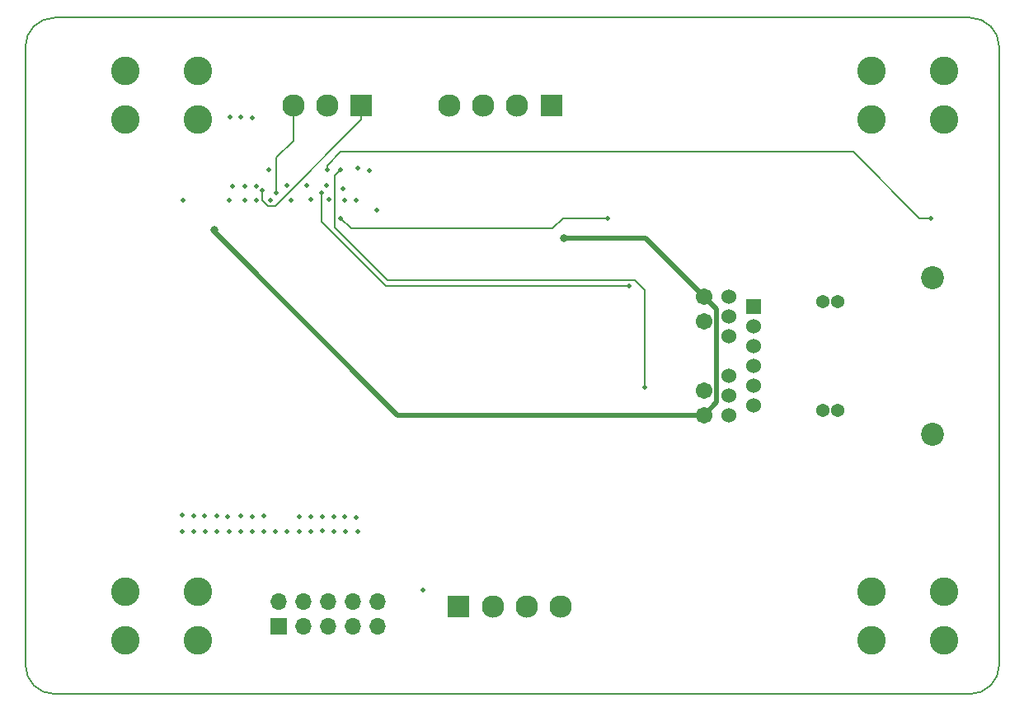
<source format=gbr>
%TF.GenerationSoftware,KiCad,Pcbnew,5.1.10*%
%TF.CreationDate,2021-07-27T11:18:45+02:00*%
%TF.ProjectId,lxbmc,6c78626d-632e-46b6-9963-61645f706362,rev?*%
%TF.SameCoordinates,Original*%
%TF.FileFunction,Copper,L4,Bot*%
%TF.FilePolarity,Positive*%
%FSLAX45Y45*%
G04 Gerber Fmt 4.5, Leading zero omitted, Abs format (unit mm)*
G04 Created by KiCad (PCBNEW 5.1.10) date 2021-07-27 11:18:45*
%MOMM*%
%LPD*%
G01*
G04 APERTURE LIST*
%TA.AperFunction,Profile*%
%ADD10C,0.200000*%
%TD*%
%TA.AperFunction,ComponentPad*%
%ADD11C,2.925000*%
%TD*%
%TA.AperFunction,ComponentPad*%
%ADD12C,2.362200*%
%TD*%
%TA.AperFunction,ComponentPad*%
%ADD13C,1.524000*%
%TD*%
%TA.AperFunction,ComponentPad*%
%ADD14C,1.714500*%
%TD*%
%TA.AperFunction,ComponentPad*%
%ADD15C,1.371600*%
%TD*%
%TA.AperFunction,ComponentPad*%
%ADD16R,1.524000X1.524000*%
%TD*%
%TA.AperFunction,ComponentPad*%
%ADD17C,2.300000*%
%TD*%
%TA.AperFunction,ComponentPad*%
%ADD18R,2.300000X2.300000*%
%TD*%
%TA.AperFunction,ComponentPad*%
%ADD19R,1.700000X1.700000*%
%TD*%
%TA.AperFunction,ComponentPad*%
%ADD20O,1.700000X1.700000*%
%TD*%
%TA.AperFunction,ViaPad*%
%ADD21C,0.500000*%
%TD*%
%TA.AperFunction,ViaPad*%
%ADD22C,0.800000*%
%TD*%
%TA.AperFunction,Conductor*%
%ADD23C,0.200000*%
%TD*%
%TA.AperFunction,Conductor*%
%ADD24C,0.500000*%
%TD*%
G04 APERTURE END LIST*
D10*
X300000Y-6950000D02*
G75*
G02*
X0Y-6650000I0J300000D01*
G01*
X0Y-300000D02*
G75*
G02*
X300000Y0I300000J0D01*
G01*
X10000000Y-6650000D02*
G75*
G02*
X9700000Y-6950000I-300000J0D01*
G01*
X9700000Y0D02*
G75*
G02*
X10000000Y-300000I0J-300000D01*
G01*
X300000Y0D02*
X9700000Y0D01*
X0Y-6650000D02*
X0Y-300000D01*
X10000000Y-300000D02*
X10000000Y-6650000D01*
X9700000Y-6950000D02*
X300000Y-6950000D01*
D11*
X8685000Y-6400000D03*
X9435000Y-6400000D03*
X8685000Y-5900000D03*
X9435000Y-5900000D03*
X9435000Y-550000D03*
X8685000Y-550000D03*
X9435000Y-1050000D03*
X8685000Y-1050000D03*
X1025000Y-6400000D03*
X1775000Y-6400000D03*
X1025000Y-5900000D03*
X1775000Y-5900000D03*
X1775000Y-550000D03*
X1025000Y-550000D03*
X1775000Y-1050000D03*
X1025000Y-1050000D03*
D12*
X9317500Y-2668550D03*
X9317500Y-4281450D03*
D13*
X7476000Y-3576600D03*
X7476000Y-3779800D03*
X7476000Y-3983000D03*
X7222000Y-3678200D03*
X7222000Y-3881400D03*
X7222000Y-4084600D03*
D14*
X6968000Y-2865400D03*
X6968000Y-3119400D03*
X6968000Y-4084600D03*
X6968000Y-3830600D03*
D15*
X8187200Y-2916200D03*
X8187200Y-4033800D03*
X8339600Y-2916200D03*
X8339600Y-4033800D03*
D16*
X7476000Y-2967000D03*
D13*
X7476000Y-3170200D03*
X7476000Y-3373400D03*
X7222000Y-2865400D03*
X7222000Y-3068600D03*
X7222000Y-3271800D03*
D17*
X5500000Y-6050000D03*
X5150000Y-6050000D03*
X4800000Y-6050000D03*
D18*
X4450000Y-6050000D03*
D17*
X4350000Y-900000D03*
X4700000Y-900000D03*
X5050000Y-900000D03*
D18*
X5400000Y-900000D03*
D17*
X2750000Y-900000D03*
X3100000Y-900000D03*
D18*
X3450000Y-900000D03*
D19*
X2600000Y-6250000D03*
D20*
X2600000Y-5996000D03*
X2854000Y-6250000D03*
X2854000Y-5996000D03*
X3108000Y-6250000D03*
X3108000Y-5996000D03*
X3362000Y-6250000D03*
X3362000Y-5996000D03*
X3616000Y-6250000D03*
X3616000Y-5996000D03*
D21*
X2090000Y-1880000D03*
X1620000Y-1880000D03*
X2370000Y-1880000D03*
X2520000Y-1880000D03*
X2730000Y-1880000D03*
X2930000Y-1870000D03*
X3120000Y-1870000D03*
X3280000Y-1880000D03*
X3400000Y-1880476D03*
X3610000Y-1980000D03*
X3410000Y-1550000D03*
X3530000Y-1570000D03*
X3090000Y-1720000D03*
X2890000Y-1720000D03*
X2690000Y-1720000D03*
X2370000Y-1730000D03*
X2250000Y-1730000D03*
X2130000Y-1730000D03*
X1609295Y-5110803D03*
X1730000Y-5120000D03*
X1840000Y-5120000D03*
X1970000Y-5120000D03*
X2080000Y-5130000D03*
X2210000Y-5120000D03*
X2330000Y-5130000D03*
X2450000Y-5120000D03*
X2810000Y-5130000D03*
X2930000Y-5130000D03*
X3050000Y-5130000D03*
X3170000Y-5130000D03*
X3280000Y-5130000D03*
X3400000Y-5140000D03*
X3410000Y-5280000D03*
X3290000Y-5280000D03*
X3170000Y-5280000D03*
X3050000Y-5270000D03*
X2930000Y-5280000D03*
X2810000Y-5280000D03*
X2690000Y-5280000D03*
X2570000Y-5280000D03*
X2449196Y-5281284D03*
X2329196Y-5281284D03*
X2209189Y-5281291D03*
X2089196Y-5281284D03*
X1962152Y-5276413D03*
X1850000Y-5280000D03*
X1730000Y-5280000D03*
X1610000Y-5280000D03*
X2100000Y-1020000D03*
X2330000Y-1030000D03*
X2210000Y-1020000D03*
X3260000Y-1760000D03*
X4080000Y-5880000D03*
X2500000Y-1560000D03*
X2250000Y-1875000D03*
X2580000Y-1800000D03*
X2433591Y-1777864D03*
D22*
X5530000Y-2270000D03*
X1940000Y-2180000D03*
D21*
X6200000Y-2760000D03*
X3040000Y-1800000D03*
X3240000Y-1560000D03*
X6360000Y-3800000D03*
X3240000Y-2060000D03*
X5980000Y-2060000D03*
X3100000Y-1560000D03*
X9300000Y-2060000D03*
D23*
X2750000Y-900000D02*
X2750000Y-1270000D01*
X2580000Y-1440000D02*
X2580000Y-1800000D01*
X2750000Y-1270000D02*
X2580000Y-1440000D01*
X2493600Y-1935000D02*
X2433591Y-1874991D01*
X3450000Y-1050000D02*
X2565000Y-1935000D01*
X2565000Y-1935000D02*
X2493600Y-1935000D01*
X3450000Y-900000D02*
X3450000Y-1050000D01*
X2433591Y-1874991D02*
X2433591Y-1777864D01*
D24*
X5530000Y-2270000D02*
X6372600Y-2270000D01*
X6372600Y-2270000D02*
X6968000Y-2865400D01*
X7098725Y-3953875D02*
X6968000Y-4084600D01*
X7098725Y-2996125D02*
X7098725Y-3953875D01*
X6968000Y-2865400D02*
X7098725Y-2996125D01*
X1940000Y-2200000D02*
X1940000Y-2180000D01*
X3824600Y-4084600D02*
X1940000Y-2200000D01*
X6968000Y-4084600D02*
X3824600Y-4084600D01*
D23*
X3040000Y-1800000D02*
X3040000Y-2100000D01*
X3040000Y-2100000D02*
X3700000Y-2760000D01*
X3700000Y-2760000D02*
X6180000Y-2760000D01*
X6180000Y-2760000D02*
X6200000Y-2760000D01*
X3240000Y-1560000D02*
X3180000Y-1620000D01*
X3180000Y-1620000D02*
X3180000Y-2160000D01*
X3180000Y-2160000D02*
X3220000Y-2200000D01*
X3220000Y-2200000D02*
X3560000Y-2540000D01*
X3560000Y-2540000D02*
X3720000Y-2700000D01*
X3720000Y-2700000D02*
X6260000Y-2700000D01*
X6260000Y-2700000D02*
X6360000Y-2800000D01*
X6360000Y-2800000D02*
X6360000Y-3800000D01*
X3345000Y-2165000D02*
X5415000Y-2165000D01*
X3240000Y-2060000D02*
X3345000Y-2165000D01*
X5520000Y-2060000D02*
X5980000Y-2060000D01*
X5415000Y-2165000D02*
X5520000Y-2060000D01*
X3100000Y-1560000D02*
X3100000Y-1520000D01*
X3100000Y-1520000D02*
X3240000Y-1380000D01*
X3240000Y-1380000D02*
X8500000Y-1380000D01*
X9180000Y-2060000D02*
X9300000Y-2060000D01*
X8500000Y-1380000D02*
X9180000Y-2060000D01*
M02*

</source>
